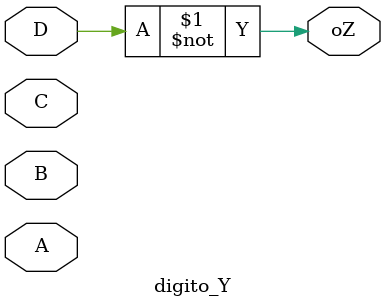
<source format=v>
module digito_Y (
    input A, input B, input C, input D, output oZ
);
    not salida(oZ, D);

endmodule
</source>
